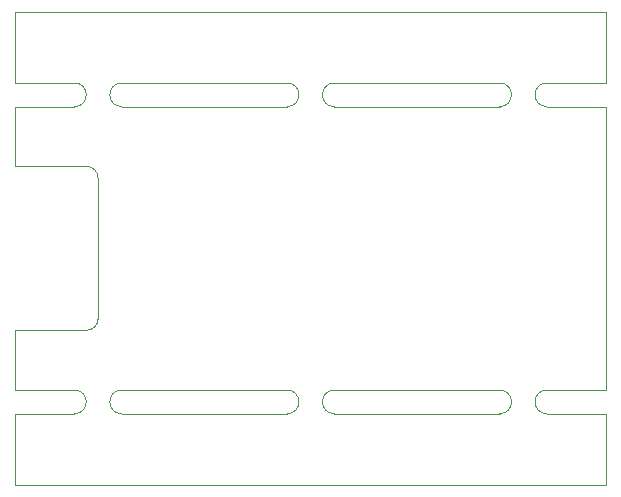
<source format=gm1>
%TF.GenerationSoftware,KiCad,Pcbnew,(5.1.8)-1*%
%TF.CreationDate,2021-01-16T15:49:20-05:00*%
%TF.ProjectId,uratt_fp,75726174-745f-4667-902e-6b696361645f,rev?*%
%TF.SameCoordinates,Original*%
%TF.FileFunction,Profile,NP*%
%FSLAX46Y46*%
G04 Gerber Fmt 4.6, Leading zero omitted, Abs format (unit mm)*
G04 Created by KiCad (PCBNEW (5.1.8)-1) date 2021-01-16 15:49:20*
%MOMM*%
%LPD*%
G01*
G04 APERTURE LIST*
%TA.AperFunction,Profile*%
%ADD10C,0.100000*%
%TD*%
G04 APERTURE END LIST*
D10*
X46146000Y-124380000D02*
X60146000Y-124380000D01*
X87146000Y-124380000D02*
X87146000Y-118380000D01*
X37146000Y-124380000D02*
X42146000Y-124380000D01*
X64146000Y-124380000D02*
X78146000Y-124380000D01*
X37146000Y-118380000D02*
X87146000Y-118380000D01*
X82146000Y-124380000D02*
X87146000Y-124380000D01*
X37146000Y-124380000D02*
X37146000Y-118380000D01*
X60146000Y-124380000D02*
G75*
G02*
X60146000Y-126380000I0J-1000000D01*
G01*
X46146000Y-126380000D02*
X60146000Y-126380000D01*
X42146000Y-124380000D02*
G75*
G02*
X42146000Y-126380000I0J-1000000D01*
G01*
X37146000Y-126380000D02*
X42146000Y-126380000D01*
X78146000Y-124380000D02*
G75*
G02*
X78146000Y-126380000I0J-1000000D01*
G01*
X46146000Y-126380000D02*
G75*
G02*
X46146000Y-124380000I0J1000000D01*
G01*
X64146000Y-126380000D02*
X78146000Y-126380000D01*
X82146000Y-126380000D02*
G75*
G02*
X82146000Y-124380000I0J1000000D01*
G01*
X64146000Y-126380000D02*
G75*
G02*
X64146000Y-124380000I0J1000000D01*
G01*
X82146000Y-126380000D02*
X87146000Y-126380000D01*
X46146000Y-152380000D02*
G75*
G02*
X46146000Y-150380000I0J1000000D01*
G01*
X42146000Y-150380000D02*
G75*
G02*
X42146000Y-152380000I0J-1000000D01*
G01*
X64146000Y-152380000D02*
G75*
G02*
X64146000Y-150380000I0J1000000D01*
G01*
X60146000Y-150380000D02*
G75*
G02*
X60146000Y-152380000I0J-1000000D01*
G01*
X78146000Y-150380000D02*
G75*
G02*
X78146000Y-152380000I0J-1000000D01*
G01*
X82146000Y-152380000D02*
G75*
G02*
X82146000Y-150380000I0J1000000D01*
G01*
X78146000Y-150380000D02*
X64146000Y-150380000D01*
X87146000Y-150380000D02*
X82146000Y-150380000D01*
X60146000Y-150380000D02*
X46146000Y-150380000D01*
X42146000Y-150380000D02*
X37146000Y-150380000D01*
X87146000Y-152380000D02*
X87146000Y-158380000D01*
X37146000Y-152380000D02*
X37146000Y-158380000D01*
X87146000Y-158380000D02*
X37146000Y-158380000D01*
X87146000Y-152380000D02*
X82146000Y-152380000D01*
X78146000Y-152380000D02*
X64146000Y-152380000D01*
X60146000Y-152380000D02*
X46146000Y-152380000D01*
X42146000Y-152380000D02*
X37146000Y-152380000D01*
X44146000Y-132430000D02*
G75*
G03*
X43146000Y-131430000I-1000000J0D01*
G01*
X43146000Y-145330000D02*
G75*
G03*
X44146000Y-144330000I0J1000000D01*
G01*
X87146000Y-150380000D02*
X87146000Y-126380000D01*
X37146000Y-145330000D02*
X37145999Y-150380000D01*
X43146000Y-145330000D02*
X37146000Y-145330000D01*
X44146000Y-132430000D02*
X44146000Y-144330000D01*
X37146000Y-131430000D02*
X43146000Y-131430000D01*
X37146000Y-126380000D02*
X37146000Y-131430000D01*
M02*

</source>
